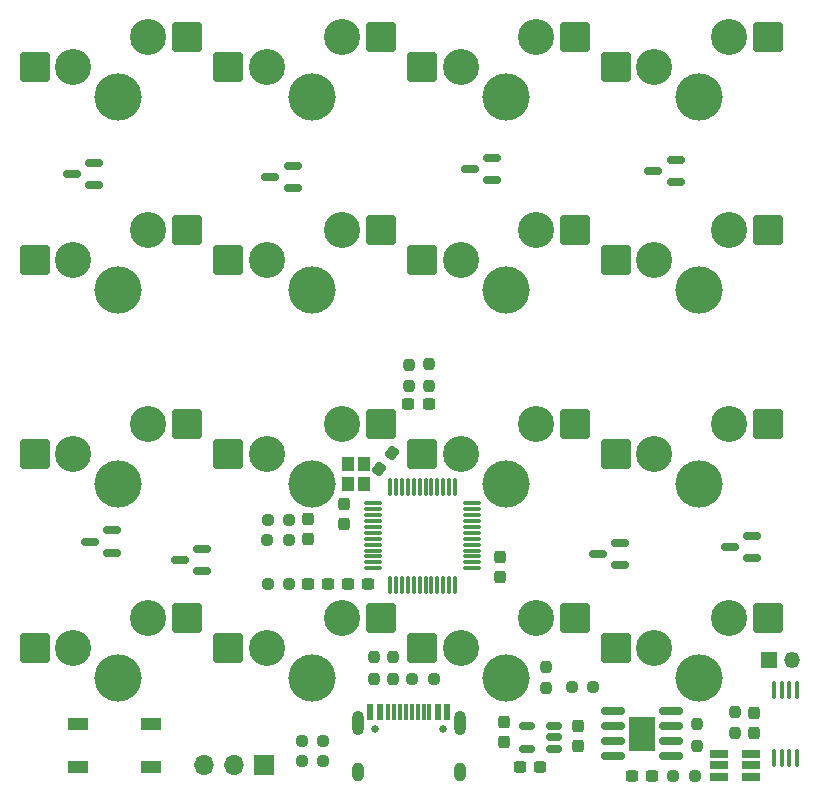
<source format=gbr>
%TF.GenerationSoftware,KiCad,Pcbnew,7.0.8*%
%TF.CreationDate,2023-10-13T15:36:58+03:00*%
%TF.ProjectId,4x4_switch,3478345f-7377-4697-9463-682e6b696361,rev?*%
%TF.SameCoordinates,Original*%
%TF.FileFunction,Soldermask,Bot*%
%TF.FilePolarity,Negative*%
%FSLAX46Y46*%
G04 Gerber Fmt 4.6, Leading zero omitted, Abs format (unit mm)*
G04 Created by KiCad (PCBNEW 7.0.8) date 2023-10-13 15:36:58*
%MOMM*%
%LPD*%
G01*
G04 APERTURE LIST*
G04 Aperture macros list*
%AMRoundRect*
0 Rectangle with rounded corners*
0 $1 Rounding radius*
0 $2 $3 $4 $5 $6 $7 $8 $9 X,Y pos of 4 corners*
0 Add a 4 corners polygon primitive as box body*
4,1,4,$2,$3,$4,$5,$6,$7,$8,$9,$2,$3,0*
0 Add four circle primitives for the rounded corners*
1,1,$1+$1,$2,$3*
1,1,$1+$1,$4,$5*
1,1,$1+$1,$6,$7*
1,1,$1+$1,$8,$9*
0 Add four rect primitives between the rounded corners*
20,1,$1+$1,$2,$3,$4,$5,0*
20,1,$1+$1,$4,$5,$6,$7,0*
20,1,$1+$1,$6,$7,$8,$9,0*
20,1,$1+$1,$8,$9,$2,$3,0*%
G04 Aperture macros list end*
%ADD10RoundRect,0.237500X0.250000X0.237500X-0.250000X0.237500X-0.250000X-0.237500X0.250000X-0.237500X0*%
%ADD11R,1.800000X1.100000*%
%ADD12R,1.350000X1.350000*%
%ADD13O,1.350000X1.350000*%
%ADD14RoundRect,0.237500X-0.250000X-0.237500X0.250000X-0.237500X0.250000X0.237500X-0.250000X0.237500X0*%
%ADD15R,1.560000X0.650000*%
%ADD16RoundRect,0.100000X0.100000X-0.637500X0.100000X0.637500X-0.100000X0.637500X-0.100000X-0.637500X0*%
%ADD17RoundRect,0.150000X0.825000X0.150000X-0.825000X0.150000X-0.825000X-0.150000X0.825000X-0.150000X0*%
%ADD18R,2.290000X3.000000*%
%ADD19RoundRect,0.237500X0.237500X-0.250000X0.237500X0.250000X-0.237500X0.250000X-0.237500X-0.250000X0*%
%ADD20RoundRect,0.237500X-0.237500X0.250000X-0.237500X-0.250000X0.237500X-0.250000X0.237500X0.250000X0*%
%ADD21RoundRect,0.237500X0.237500X-0.300000X0.237500X0.300000X-0.237500X0.300000X-0.237500X-0.300000X0*%
%ADD22RoundRect,0.237500X0.300000X0.237500X-0.300000X0.237500X-0.300000X-0.237500X0.300000X-0.237500X0*%
%ADD23R,1.700000X1.700000*%
%ADD24O,1.700000X1.700000*%
%ADD25R,1.000000X1.150000*%
%ADD26RoundRect,0.237500X-0.010901X-0.382475X0.374772X0.077151X0.010901X0.382475X-0.374772X-0.077151X0*%
%ADD27RoundRect,0.237500X-0.237500X0.300000X-0.237500X-0.300000X0.237500X-0.300000X0.237500X0.300000X0*%
%ADD28C,3.050000*%
%ADD29C,4.000000*%
%ADD30RoundRect,0.250000X-1.025000X-1.000000X1.025000X-1.000000X1.025000X1.000000X-1.025000X1.000000X0*%
%ADD31RoundRect,0.150000X0.587500X0.150000X-0.587500X0.150000X-0.587500X-0.150000X0.587500X-0.150000X0*%
%ADD32RoundRect,0.237500X-0.300000X-0.237500X0.300000X-0.237500X0.300000X0.237500X-0.300000X0.237500X0*%
%ADD33C,0.650000*%
%ADD34R,0.600000X1.450000*%
%ADD35R,0.300000X1.450000*%
%ADD36O,1.000000X1.600000*%
%ADD37O,1.000000X2.100000*%
%ADD38RoundRect,0.150000X0.512500X0.150000X-0.512500X0.150000X-0.512500X-0.150000X0.512500X-0.150000X0*%
%ADD39RoundRect,0.075000X-0.075000X0.662500X-0.075000X-0.662500X0.075000X-0.662500X0.075000X0.662500X0*%
%ADD40RoundRect,0.075000X-0.662500X0.075000X-0.662500X-0.075000X0.662500X-0.075000X0.662500X0.075000X0*%
G04 APERTURE END LIST*
D10*
%TO.C,R11*%
X179261852Y-74831610D03*
X177436852Y-74831610D03*
%TD*%
D11*
%TO.C,SW1*%
X167613812Y-90383871D03*
X161413812Y-90383871D03*
X161413812Y-86683871D03*
X167613812Y-86683871D03*
%TD*%
D12*
%TO.C,J1*%
X219853622Y-81312027D03*
D13*
X221853622Y-81312027D03*
%TD*%
D14*
%TO.C,R10*%
X203189911Y-83556128D03*
X205014911Y-83556128D03*
%TD*%
D15*
%TO.C,U6*%
X215683220Y-91166987D03*
X215683220Y-90216987D03*
X215683220Y-89266987D03*
X218383220Y-89266987D03*
X218383220Y-90216987D03*
X218383220Y-91166987D03*
%TD*%
D16*
%TO.C,U5*%
X222260687Y-89600616D03*
X221610687Y-89600616D03*
X220960687Y-89600616D03*
X220310687Y-89600616D03*
X220310687Y-83875616D03*
X220960687Y-83875616D03*
X221610687Y-83875616D03*
X222260687Y-83875616D03*
%TD*%
D17*
%TO.C,U4*%
X211607217Y-85630769D03*
X211607217Y-86900769D03*
X211607217Y-88170769D03*
X211607217Y-89440769D03*
X206657217Y-89440769D03*
X206657217Y-88170769D03*
X206657217Y-86900769D03*
X206657217Y-85630769D03*
D18*
X209132217Y-87535769D03*
%TD*%
D19*
%TO.C,R16*%
X201025786Y-83683412D03*
X201025786Y-81858412D03*
%TD*%
D20*
%TO.C,R15*%
X217024745Y-85676695D03*
X217024745Y-87501695D03*
%TD*%
D14*
%TO.C,R14*%
X211771103Y-91111939D03*
X213596103Y-91111939D03*
%TD*%
D19*
%TO.C,R13*%
X213773559Y-88567528D03*
X213773559Y-86742528D03*
%TD*%
D21*
%TO.C,C15*%
X218626643Y-87486811D03*
X218626643Y-85761811D03*
%TD*%
D22*
%TO.C,C14*%
X210010636Y-91119945D03*
X208285636Y-91119945D03*
%TD*%
D14*
%TO.C,R9*%
X189675073Y-82925137D03*
X191500073Y-82925137D03*
%TD*%
D23*
%TO.C,J2*%
X177155948Y-90157813D03*
D24*
X174615948Y-90157813D03*
X172075948Y-90157813D03*
%TD*%
D20*
%TO.C,R8*%
X188092813Y-81068516D03*
X188092813Y-82893516D03*
%TD*%
%TO.C,R7*%
X186464342Y-81052706D03*
X186464342Y-82877706D03*
%TD*%
D14*
%TO.C,R2*%
X180334577Y-88153051D03*
X182159577Y-88153051D03*
%TD*%
%TO.C,R1*%
X180329112Y-89810463D03*
X182154112Y-89810463D03*
%TD*%
D25*
%TO.C,Y1*%
X185647378Y-64665096D03*
X185647378Y-66415096D03*
X184247378Y-66415096D03*
X184247378Y-64665096D03*
%TD*%
D26*
%TO.C,C10*%
X186875817Y-65121234D03*
X187984625Y-63799808D03*
%TD*%
D27*
%TO.C,C9*%
X183902587Y-68088190D03*
X183902587Y-69813190D03*
%TD*%
D28*
%TO.C,SW11*%
X160990000Y-63860000D03*
D29*
X164800000Y-66400000D03*
D28*
X167340000Y-61320000D03*
D30*
X157715000Y-63860000D03*
X170642000Y-61320000D03*
%TD*%
D28*
%TO.C,SW23*%
X210190000Y-63860000D03*
D29*
X214000000Y-66400000D03*
D28*
X216540000Y-61320000D03*
D30*
X206915000Y-63860000D03*
X219842000Y-61320000D03*
%TD*%
D28*
%TO.C,SW19*%
X193790000Y-63860000D03*
D29*
X197600000Y-66400000D03*
D28*
X200140000Y-61320000D03*
D30*
X190515000Y-63860000D03*
X203442000Y-61320000D03*
%TD*%
D28*
%TO.C,SW24*%
X210190000Y-80260000D03*
D29*
X214000000Y-82800000D03*
D28*
X216540000Y-77720000D03*
D30*
X206915000Y-80260000D03*
X219842000Y-77720000D03*
%TD*%
D28*
%TO.C,SW12*%
X160990000Y-80260000D03*
D29*
X164800000Y-82800000D03*
D28*
X167340000Y-77720000D03*
D30*
X157715000Y-80260000D03*
X170642000Y-77720000D03*
%TD*%
D28*
%TO.C,SW16*%
X177390000Y-80260000D03*
D29*
X181200000Y-82800000D03*
D28*
X183740000Y-77720000D03*
D30*
X174115000Y-80260000D03*
X187042000Y-77720000D03*
%TD*%
D28*
%TO.C,SW14*%
X177390000Y-47460000D03*
D29*
X181200000Y-50000000D03*
D28*
X183740000Y-44920000D03*
D30*
X174115000Y-47460000D03*
X187042000Y-44920000D03*
%TD*%
D28*
%TO.C,SW13*%
X177390000Y-31060000D03*
D29*
X181200000Y-33600000D03*
D28*
X183740000Y-28520000D03*
D30*
X174115000Y-31060000D03*
X187042000Y-28520000D03*
%TD*%
%TO.C,SW18*%
X203442000Y-44920000D03*
X190515000Y-47460000D03*
D28*
X200140000Y-44920000D03*
D29*
X197600000Y-50000000D03*
D28*
X193790000Y-47460000D03*
%TD*%
%TO.C,SW15*%
X177390000Y-63860000D03*
D29*
X181200000Y-66400000D03*
D28*
X183740000Y-61320000D03*
D30*
X174115000Y-63860000D03*
X187042000Y-61320000D03*
%TD*%
D28*
%TO.C,SW9*%
X160990000Y-31060000D03*
D29*
X164800000Y-33600000D03*
D28*
X167340000Y-28520000D03*
D30*
X157715000Y-31060000D03*
X170642000Y-28520000D03*
%TD*%
D28*
%TO.C,SW10*%
X160990000Y-47460000D03*
D29*
X164800000Y-50000000D03*
D28*
X167340000Y-44920000D03*
D30*
X157715000Y-47460000D03*
X170642000Y-44920000D03*
%TD*%
D28*
%TO.C,SW21*%
X210190000Y-31060000D03*
D29*
X214000000Y-33600000D03*
D28*
X216540000Y-28520000D03*
D30*
X206915000Y-31060000D03*
X219842000Y-28520000D03*
%TD*%
D28*
%TO.C,SW17*%
X193790000Y-31060000D03*
D29*
X197600000Y-33600000D03*
D28*
X200140000Y-28520000D03*
D30*
X190515000Y-31060000D03*
X203442000Y-28520000D03*
%TD*%
D28*
%TO.C,SW22*%
X210190000Y-47460000D03*
D29*
X214000000Y-50000000D03*
D28*
X216540000Y-44920000D03*
D30*
X206915000Y-47460000D03*
X219842000Y-44920000D03*
%TD*%
%TO.C,SW20*%
X203442000Y-77720000D03*
X190515000Y-80260000D03*
D28*
X200140000Y-77720000D03*
D29*
X197600000Y-82800000D03*
D28*
X193790000Y-80260000D03*
%TD*%
D31*
%TO.C,D10*%
X207262063Y-71359309D03*
X207262063Y-73259309D03*
X205387063Y-72309309D03*
%TD*%
D22*
%TO.C,C6*%
X191088767Y-59586857D03*
X189363767Y-59586857D03*
%TD*%
D31*
%TO.C,D9*%
X196465730Y-38786628D03*
X196465730Y-40686628D03*
X194590730Y-39736628D03*
%TD*%
D27*
%TO.C,C8*%
X180863174Y-69351689D03*
X180863174Y-71076689D03*
%TD*%
D21*
%TO.C,C5*%
X197129029Y-74265311D03*
X197129029Y-72540311D03*
%TD*%
D32*
%TO.C,C4*%
X180854692Y-74896511D03*
X182579692Y-74896511D03*
%TD*%
D31*
%TO.C,D6*%
X164300000Y-70320000D03*
X164300000Y-72220000D03*
X162425000Y-71270000D03*
%TD*%
D33*
%TO.C,P1*%
X192289042Y-87169719D03*
X186509042Y-87169719D03*
D34*
X192649042Y-85724719D03*
X191849042Y-85724719D03*
D35*
X190649042Y-85724719D03*
X189649042Y-85724719D03*
X189149042Y-85724719D03*
X188149042Y-85724719D03*
D34*
X186949042Y-85724719D03*
X186149042Y-85724719D03*
X186149042Y-85724719D03*
X186949042Y-85724719D03*
D35*
X187649042Y-85724719D03*
X188649042Y-85724719D03*
X190149042Y-85724719D03*
X191149042Y-85724719D03*
D34*
X191849042Y-85724719D03*
X192649042Y-85724719D03*
D36*
X193719042Y-90819719D03*
D37*
X193719042Y-86639719D03*
D36*
X185079042Y-90819719D03*
D37*
X185079042Y-86639719D03*
%TD*%
D19*
%TO.C,R5*%
X191110811Y-58065826D03*
X191110811Y-56240826D03*
%TD*%
D38*
%TO.C,U1*%
X201669871Y-86892103D03*
X201669871Y-87842103D03*
X201669871Y-88792103D03*
X199394871Y-88792103D03*
X199394871Y-86892103D03*
%TD*%
D32*
%TO.C,C2*%
X198802746Y-90324763D03*
X200527746Y-90324763D03*
%TD*%
D31*
%TO.C,D11*%
X211989752Y-38928550D03*
X211989752Y-40828550D03*
X210114752Y-39878550D03*
%TD*%
D22*
%TO.C,C7*%
X185951606Y-74878054D03*
X184226606Y-74878054D03*
%TD*%
D27*
%TO.C,C3*%
X197422612Y-86534557D03*
X197422612Y-88259557D03*
%TD*%
D31*
%TO.C,D12*%
X218457027Y-70788448D03*
X218457027Y-72688448D03*
X216582027Y-71738448D03*
%TD*%
%TO.C,D8*%
X171900221Y-71866727D03*
X171900221Y-73766727D03*
X170025221Y-72816727D03*
%TD*%
%TO.C,D5*%
X162760652Y-39199511D03*
X162760652Y-41099511D03*
X160885652Y-40149511D03*
%TD*%
D27*
%TO.C,C1*%
X203724053Y-86861272D03*
X203724053Y-88586272D03*
%TD*%
D10*
%TO.C,R6*%
X179284861Y-69414259D03*
X177459861Y-69414259D03*
%TD*%
D19*
%TO.C,R3*%
X189413428Y-58105267D03*
X189413428Y-56280267D03*
%TD*%
D39*
%TO.C,U2*%
X187815428Y-66621310D03*
X188315428Y-66621310D03*
X188815428Y-66621310D03*
X189315428Y-66621310D03*
X189815428Y-66621310D03*
X190315428Y-66621310D03*
X190815428Y-66621310D03*
X191315428Y-66621310D03*
X191815428Y-66621310D03*
X192315428Y-66621310D03*
X192815428Y-66621310D03*
X193315428Y-66621310D03*
D40*
X194727928Y-68033810D03*
X194727928Y-68533810D03*
X194727928Y-69033810D03*
X194727928Y-69533810D03*
X194727928Y-70033810D03*
X194727928Y-70533810D03*
X194727928Y-71033810D03*
X194727928Y-71533810D03*
X194727928Y-72033810D03*
X194727928Y-72533810D03*
X194727928Y-73033810D03*
X194727928Y-73533810D03*
D39*
X193315428Y-74946310D03*
X192815428Y-74946310D03*
X192315428Y-74946310D03*
X191815428Y-74946310D03*
X191315428Y-74946310D03*
X190815428Y-74946310D03*
X190315428Y-74946310D03*
X189815428Y-74946310D03*
X189315428Y-74946310D03*
X188815428Y-74946310D03*
X188315428Y-74946310D03*
X187815428Y-74946310D03*
D40*
X186402928Y-73533810D03*
X186402928Y-73033810D03*
X186402928Y-72533810D03*
X186402928Y-72033810D03*
X186402928Y-71533810D03*
X186402928Y-71033810D03*
X186402928Y-70533810D03*
X186402928Y-70033810D03*
X186402928Y-69533810D03*
X186402928Y-69033810D03*
X186402928Y-68533810D03*
X186402928Y-68033810D03*
%TD*%
D31*
%TO.C,D7*%
X179555383Y-39446908D03*
X179555383Y-41346908D03*
X177680383Y-40396908D03*
%TD*%
D10*
%TO.C,R4*%
X179259348Y-71149198D03*
X177434348Y-71149198D03*
%TD*%
M02*

</source>
